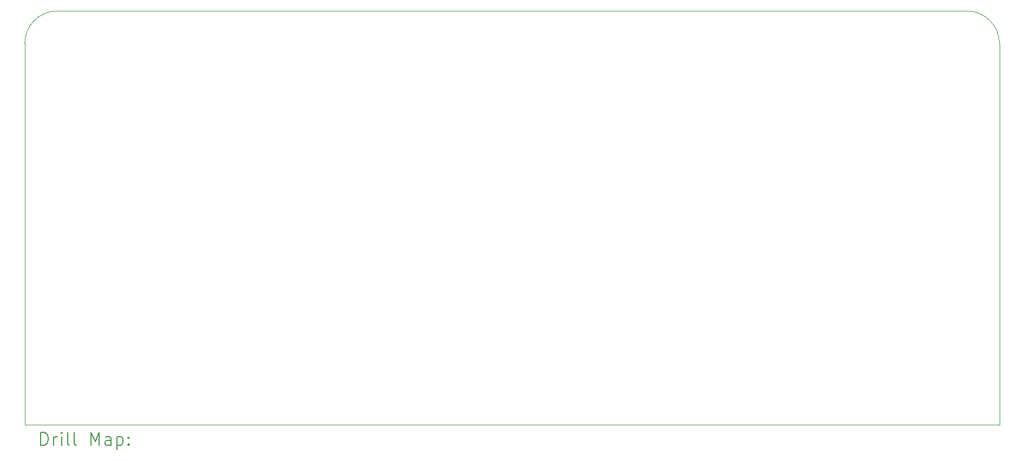
<source format=gbr>
%TF.GenerationSoftware,KiCad,Pcbnew,(6.0.7-1)-1*%
%TF.CreationDate,2022-08-14T21:18:12+02:00*%
%TF.ProjectId,breakout,62726561-6b6f-4757-942e-6b696361645f,A.26*%
%TF.SameCoordinates,Original*%
%TF.FileFunction,Drillmap*%
%TF.FilePolarity,Positive*%
%FSLAX45Y45*%
G04 Gerber Fmt 4.5, Leading zero omitted, Abs format (unit mm)*
G04 Created by KiCad (PCBNEW (6.0.7-1)-1) date 2022-08-14 21:18:12*
%MOMM*%
%LPD*%
G01*
G04 APERTURE LIST*
%ADD10C,0.100000*%
%ADD11C,0.050000*%
%ADD12C,0.200000*%
G04 APERTURE END LIST*
D10*
X3048000Y-6604000D02*
X17272000Y-6604000D01*
X2540000Y-13081000D02*
X2540000Y-7112000D01*
X17780000Y-7112000D02*
X17780000Y-13081000D01*
D11*
X3048000Y-6604000D02*
G75*
G03*
X2540000Y-7112000I0J-508000D01*
G01*
X17780000Y-7112000D02*
G75*
G03*
X17272000Y-6604000I-508000J0D01*
G01*
D10*
X17780000Y-13081000D02*
X2540000Y-13081000D01*
D12*
X2792619Y-13396476D02*
X2792619Y-13196476D01*
X2840238Y-13196476D01*
X2868809Y-13206000D01*
X2887857Y-13225048D01*
X2897381Y-13244095D01*
X2906905Y-13282190D01*
X2906905Y-13310762D01*
X2897381Y-13348857D01*
X2887857Y-13367905D01*
X2868809Y-13386952D01*
X2840238Y-13396476D01*
X2792619Y-13396476D01*
X2992619Y-13396476D02*
X2992619Y-13263143D01*
X2992619Y-13301238D02*
X3002143Y-13282190D01*
X3011667Y-13272667D01*
X3030714Y-13263143D01*
X3049762Y-13263143D01*
X3116428Y-13396476D02*
X3116428Y-13263143D01*
X3116428Y-13196476D02*
X3106905Y-13206000D01*
X3116428Y-13215524D01*
X3125952Y-13206000D01*
X3116428Y-13196476D01*
X3116428Y-13215524D01*
X3240238Y-13396476D02*
X3221190Y-13386952D01*
X3211667Y-13367905D01*
X3211667Y-13196476D01*
X3345000Y-13396476D02*
X3325952Y-13386952D01*
X3316428Y-13367905D01*
X3316428Y-13196476D01*
X3573571Y-13396476D02*
X3573571Y-13196476D01*
X3640238Y-13339333D01*
X3706905Y-13196476D01*
X3706905Y-13396476D01*
X3887857Y-13396476D02*
X3887857Y-13291714D01*
X3878333Y-13272667D01*
X3859286Y-13263143D01*
X3821190Y-13263143D01*
X3802143Y-13272667D01*
X3887857Y-13386952D02*
X3868809Y-13396476D01*
X3821190Y-13396476D01*
X3802143Y-13386952D01*
X3792619Y-13367905D01*
X3792619Y-13348857D01*
X3802143Y-13329809D01*
X3821190Y-13320286D01*
X3868809Y-13320286D01*
X3887857Y-13310762D01*
X3983095Y-13263143D02*
X3983095Y-13463143D01*
X3983095Y-13272667D02*
X4002143Y-13263143D01*
X4040238Y-13263143D01*
X4059286Y-13272667D01*
X4068809Y-13282190D01*
X4078333Y-13301238D01*
X4078333Y-13358381D01*
X4068809Y-13377428D01*
X4059286Y-13386952D01*
X4040238Y-13396476D01*
X4002143Y-13396476D01*
X3983095Y-13386952D01*
X4164048Y-13377428D02*
X4173571Y-13386952D01*
X4164048Y-13396476D01*
X4154524Y-13386952D01*
X4164048Y-13377428D01*
X4164048Y-13396476D01*
X4164048Y-13272667D02*
X4173571Y-13282190D01*
X4164048Y-13291714D01*
X4154524Y-13282190D01*
X4164048Y-13272667D01*
X4164048Y-13291714D01*
M02*

</source>
